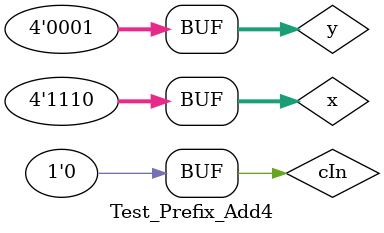
<source format=v>
`include "Prefix_Add4.v"

module Test_Prefix_Add4;
    reg [3:0] x, y;
    reg cIn;
    wire [3:0] s;
    wire cOut;

    Prefix_Add4 f(x, y, cIn, s, cOut);
    

    initial
        begin
        
/*        
            #0
            x = 4'h0;
            y = 4'h0;
            cIn = 1'b0;        
*/       
            
            x = 4'he;
            y = 4'h1;
            cIn = 1'b0;
            
            #4
            
            
    $monitor("\n\nInput:\n\n  x = %H\n  y = %H\n  cIn = %b\n\nOutput:\n\n  s = %H\n\n  cOut = %b\n\n", x, y, cIn, s, cOut);
       
    end
    
endmodule    


</source>
